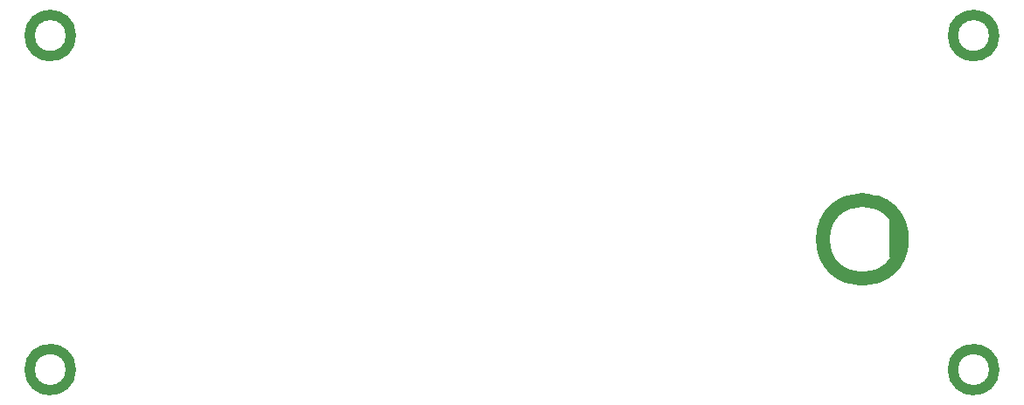
<source format=gbs>
G04 #@! TF.FileFunction,Soldermask,Bot*
%FSLAX46Y46*%
G04 Gerber Fmt 4.6, Leading zero omitted, Abs format (unit mm)*
G04 Created by KiCad (PCBNEW no-bzr-kicad_new3d-viewer) date 07/10/16 17:39:31*
%MOMM*%
%LPD*%
G01*
G04 APERTURE LIST*
%ADD10C,0.150000*%
%ADD11C,1.000000*%
%ADD12C,0.700000*%
%ADD13C,1.350000*%
G04 APERTURE END LIST*
D10*
D11*
X87208348Y-62529764D02*
G75*
G03X87208348Y-62529764I-2000000J0D01*
G01*
X176608348Y-62529764D02*
G75*
G03X176608348Y-62529764I-2000000J0D01*
G01*
X176608348Y-94929764D02*
G75*
G03X176608348Y-94929764I-2000000J0D01*
G01*
X87208348Y-94929764D02*
G75*
G03X87208348Y-94929764I-2000000J0D01*
G01*
D12*
X166770000Y-80700000D02*
X166770000Y-83900000D01*
D13*
X167680000Y-82300000D02*
G75*
G03X167680000Y-82300000I-3830000J0D01*
G01*
M02*

</source>
